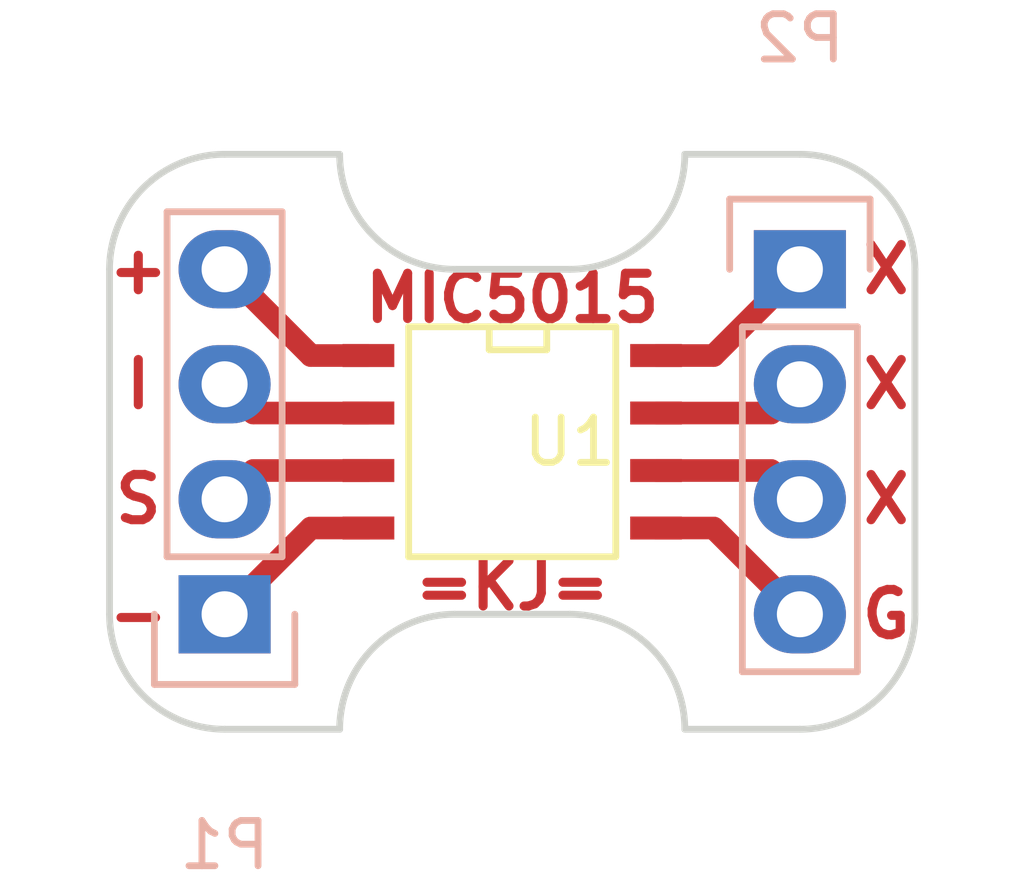
<source format=kicad_pcb>
(kicad_pcb (version 4) (host pcbnew 4.0.4+e1-6308~48~ubuntu16.04.1-stable)

  (general
    (links 8)
    (no_connects 7)
    (area 142.164999 98.984999 160.095001 111.835001)
    (thickness 1.6)
    (drawings 27)
    (tracks 17)
    (zones 0)
    (modules 3)
    (nets 9)
  )

  (page A4)
  (layers
    (0 F.Cu signal)
    (31 B.Cu signal)
    (32 B.Adhes user)
    (33 F.Adhes user)
    (34 B.Paste user)
    (35 F.Paste user)
    (36 B.SilkS user)
    (37 F.SilkS user)
    (38 B.Mask user)
    (39 F.Mask user)
    (40 Dwgs.User user)
    (41 Cmts.User user)
    (42 Eco1.User user)
    (43 Eco2.User user)
    (44 Edge.Cuts user)
    (45 Margin user)
    (46 B.CrtYd user)
    (47 F.CrtYd user)
    (48 B.Fab user)
    (49 F.Fab user)
  )

  (setup
    (last_trace_width 0.6)
    (user_trace_width 0.4)
    (user_trace_width 0.5)
    (user_trace_width 0.6)
    (user_trace_width 0.7)
    (trace_clearance 0.2)
    (zone_clearance 0.508)
    (zone_45_only no)
    (trace_min 0.2)
    (segment_width 0.1)
    (edge_width 0.15)
    (via_size 0.6)
    (via_drill 0.4)
    (via_min_size 0.4)
    (via_min_drill 0.3)
    (uvia_size 0.3)
    (uvia_drill 0.1)
    (uvias_allowed no)
    (uvia_min_size 0.2)
    (uvia_min_drill 0.1)
    (pcb_text_width 0.3)
    (pcb_text_size 1.5 1.5)
    (mod_edge_width 0.15)
    (mod_text_size 1 1)
    (mod_text_width 0.15)
    (pad_size 1.524 1.524)
    (pad_drill 0.762)
    (pad_to_mask_clearance 0.2)
    (aux_axis_origin 0 0)
    (visible_elements FFFFFF7F)
    (pcbplotparams
      (layerselection 0x00030_80000001)
      (usegerberextensions false)
      (excludeedgelayer true)
      (linewidth 0.100000)
      (plotframeref false)
      (viasonmask false)
      (mode 1)
      (useauxorigin false)
      (hpglpennumber 1)
      (hpglpenspeed 20)
      (hpglpendiameter 15)
      (hpglpenoverlay 2)
      (psnegative false)
      (psa4output false)
      (plotreference true)
      (plotvalue true)
      (plotinvisibletext false)
      (padsonsilk false)
      (subtractmaskfromsilk false)
      (outputformat 1)
      (mirror false)
      (drillshape 1)
      (scaleselection 1)
      (outputdirectory ""))
  )

  (net 0 "")
  (net 1 "Net-(P1-Pad1)")
  (net 2 "Net-(P1-Pad2)")
  (net 3 "Net-(P1-Pad3)")
  (net 4 "Net-(P1-Pad4)")
  (net 5 "Net-(P2-Pad1)")
  (net 6 "Net-(P2-Pad2)")
  (net 7 "Net-(P2-Pad3)")
  (net 8 "Net-(P2-Pad4)")

  (net_class Default "This is the default net class."
    (clearance 0.2)
    (trace_width 0.25)
    (via_dia 0.6)
    (via_drill 0.4)
    (uvia_dia 0.3)
    (uvia_drill 0.1)
    (add_net "Net-(P1-Pad1)")
    (add_net "Net-(P1-Pad2)")
    (add_net "Net-(P1-Pad3)")
    (add_net "Net-(P1-Pad4)")
    (add_net "Net-(P2-Pad1)")
    (add_net "Net-(P2-Pad2)")
    (add_net "Net-(P2-Pad3)")
    (add_net "Net-(P2-Pad4)")
  )

  (module Pin_Headers:Pin_Header_Straight_1x04 (layer B.Cu) (tedit 0) (tstamp 58209F78)
    (at 144.78 109.22)
    (descr "Through hole pin header")
    (tags "pin header")
    (path /58209F95)
    (fp_text reference P1 (at 0 5.1) (layer B.SilkS)
      (effects (font (size 1 1) (thickness 0.15)) (justify mirror))
    )
    (fp_text value CONN_01X04 (at 0 3.1) (layer B.Fab)
      (effects (font (size 1 1) (thickness 0.15)) (justify mirror))
    )
    (fp_line (start -1.75 1.75) (end -1.75 -9.4) (layer B.CrtYd) (width 0.05))
    (fp_line (start 1.75 1.75) (end 1.75 -9.4) (layer B.CrtYd) (width 0.05))
    (fp_line (start -1.75 1.75) (end 1.75 1.75) (layer B.CrtYd) (width 0.05))
    (fp_line (start -1.75 -9.4) (end 1.75 -9.4) (layer B.CrtYd) (width 0.05))
    (fp_line (start -1.27 -1.27) (end -1.27 -8.89) (layer B.SilkS) (width 0.15))
    (fp_line (start 1.27 -1.27) (end 1.27 -8.89) (layer B.SilkS) (width 0.15))
    (fp_line (start 1.55 1.55) (end 1.55 0) (layer B.SilkS) (width 0.15))
    (fp_line (start -1.27 -8.89) (end 1.27 -8.89) (layer B.SilkS) (width 0.15))
    (fp_line (start 1.27 -1.27) (end -1.27 -1.27) (layer B.SilkS) (width 0.15))
    (fp_line (start -1.55 0) (end -1.55 1.55) (layer B.SilkS) (width 0.15))
    (fp_line (start -1.55 1.55) (end 1.55 1.55) (layer B.SilkS) (width 0.15))
    (pad 1 thru_hole rect (at 0 0) (size 2.032 1.7272) (drill 1.016) (layers *.Cu *.Mask)
      (net 1 "Net-(P1-Pad1)"))
    (pad 2 thru_hole oval (at 0 -2.54) (size 2.032 1.7272) (drill 1.016) (layers *.Cu *.Mask)
      (net 2 "Net-(P1-Pad2)"))
    (pad 3 thru_hole oval (at 0 -5.08) (size 2.032 1.7272) (drill 1.016) (layers *.Cu *.Mask)
      (net 3 "Net-(P1-Pad3)"))
    (pad 4 thru_hole oval (at 0 -7.62) (size 2.032 1.7272) (drill 1.016) (layers *.Cu *.Mask)
      (net 4 "Net-(P1-Pad4)"))
    (model Pin_Headers.3dshapes/Pin_Header_Straight_1x04.wrl
      (at (xyz 0 -0.15 0))
      (scale (xyz 1 1 1))
      (rotate (xyz 0 0 90))
    )
  )

  (module Pin_Headers:Pin_Header_Straight_1x04 (layer B.Cu) (tedit 0) (tstamp 58209F80)
    (at 157.48 101.6 180)
    (descr "Through hole pin header")
    (tags "pin header")
    (path /58209F6E)
    (fp_text reference P2 (at 0 5.1 180) (layer B.SilkS)
      (effects (font (size 1 1) (thickness 0.15)) (justify mirror))
    )
    (fp_text value CONN_01X04 (at 0 3.1 180) (layer B.Fab)
      (effects (font (size 1 1) (thickness 0.15)) (justify mirror))
    )
    (fp_line (start -1.75 1.75) (end -1.75 -9.4) (layer B.CrtYd) (width 0.05))
    (fp_line (start 1.75 1.75) (end 1.75 -9.4) (layer B.CrtYd) (width 0.05))
    (fp_line (start -1.75 1.75) (end 1.75 1.75) (layer B.CrtYd) (width 0.05))
    (fp_line (start -1.75 -9.4) (end 1.75 -9.4) (layer B.CrtYd) (width 0.05))
    (fp_line (start -1.27 -1.27) (end -1.27 -8.89) (layer B.SilkS) (width 0.15))
    (fp_line (start 1.27 -1.27) (end 1.27 -8.89) (layer B.SilkS) (width 0.15))
    (fp_line (start 1.55 1.55) (end 1.55 0) (layer B.SilkS) (width 0.15))
    (fp_line (start -1.27 -8.89) (end 1.27 -8.89) (layer B.SilkS) (width 0.15))
    (fp_line (start 1.27 -1.27) (end -1.27 -1.27) (layer B.SilkS) (width 0.15))
    (fp_line (start -1.55 0) (end -1.55 1.55) (layer B.SilkS) (width 0.15))
    (fp_line (start -1.55 1.55) (end 1.55 1.55) (layer B.SilkS) (width 0.15))
    (pad 1 thru_hole rect (at 0 0 180) (size 2.032 1.7272) (drill 1.016) (layers *.Cu *.Mask)
      (net 5 "Net-(P2-Pad1)"))
    (pad 2 thru_hole oval (at 0 -2.54 180) (size 2.032 1.7272) (drill 1.016) (layers *.Cu *.Mask)
      (net 6 "Net-(P2-Pad2)"))
    (pad 3 thru_hole oval (at 0 -5.08 180) (size 2.032 1.7272) (drill 1.016) (layers *.Cu *.Mask)
      (net 7 "Net-(P2-Pad3)"))
    (pad 4 thru_hole oval (at 0 -7.62 180) (size 2.032 1.7272) (drill 1.016) (layers *.Cu *.Mask)
      (net 8 "Net-(P2-Pad4)"))
    (model Pin_Headers.3dshapes/Pin_Header_Straight_1x04.wrl
      (at (xyz 0 -0.15 0))
      (scale (xyz 1 1 1))
      (rotate (xyz 0 0 90))
    )
  )

  (module SMD_Packages:SOIC-8-N (layer F.Cu) (tedit 0) (tstamp 58209F8C)
    (at 151.13 105.41 270)
    (descr "Module Narrow CMS SOJ 8 pins large")
    (tags "CMS SOJ")
    (path /58209F09)
    (attr smd)
    (fp_text reference U1 (at 0 -1.27 540) (layer F.SilkS)
      (effects (font (size 1 1) (thickness 0.15)))
    )
    (fp_text value MIC5014 (at 0 1.27 270) (layer F.Fab)
      (effects (font (size 1 1) (thickness 0.15)))
    )
    (fp_line (start -2.54 -2.286) (end 2.54 -2.286) (layer F.SilkS) (width 0.15))
    (fp_line (start 2.54 -2.286) (end 2.54 2.286) (layer F.SilkS) (width 0.15))
    (fp_line (start 2.54 2.286) (end -2.54 2.286) (layer F.SilkS) (width 0.15))
    (fp_line (start -2.54 2.286) (end -2.54 -2.286) (layer F.SilkS) (width 0.15))
    (fp_line (start -2.54 -0.762) (end -2.032 -0.762) (layer F.SilkS) (width 0.15))
    (fp_line (start -2.032 -0.762) (end -2.032 0.508) (layer F.SilkS) (width 0.15))
    (fp_line (start -2.032 0.508) (end -2.54 0.508) (layer F.SilkS) (width 0.15))
    (pad 8 smd rect (at -1.905 -3.175 270) (size 0.508 1.143) (layers F.Cu F.Paste F.Mask)
      (net 5 "Net-(P2-Pad1)"))
    (pad 7 smd rect (at -0.635 -3.175 270) (size 0.508 1.143) (layers F.Cu F.Paste F.Mask)
      (net 6 "Net-(P2-Pad2)"))
    (pad 6 smd rect (at 0.635 -3.175 270) (size 0.508 1.143) (layers F.Cu F.Paste F.Mask)
      (net 7 "Net-(P2-Pad3)"))
    (pad 5 smd rect (at 1.905 -3.175 270) (size 0.508 1.143) (layers F.Cu F.Paste F.Mask)
      (net 8 "Net-(P2-Pad4)"))
    (pad 4 smd rect (at 1.905 3.175 270) (size 0.508 1.143) (layers F.Cu F.Paste F.Mask)
      (net 1 "Net-(P1-Pad1)"))
    (pad 3 smd rect (at 0.635 3.175 270) (size 0.508 1.143) (layers F.Cu F.Paste F.Mask)
      (net 2 "Net-(P1-Pad2)"))
    (pad 2 smd rect (at -0.635 3.175 270) (size 0.508 1.143) (layers F.Cu F.Paste F.Mask)
      (net 3 "Net-(P1-Pad3)"))
    (pad 1 smd rect (at -1.905 3.175 270) (size 0.508 1.143) (layers F.Cu F.Paste F.Mask)
      (net 4 "Net-(P1-Pad4)"))
    (model SMD_Packages.3dshapes/SOIC-8-N.wrl
      (at (xyz 0 0 0))
      (scale (xyz 0.5 0.38 0.5))
      (rotate (xyz 0 0 0))
    )
  )

  (gr_circle (center 149.86 103.505) (end 149.606 103.378) (layer F.Paste) (width 0.1))
  (gr_text MIC5015 (at 151.13 102.235) (layer F.Cu) (tstamp 5820A304)
    (effects (font (size 1 1) (thickness 0.2)))
  )
  (gr_text =KJ= (at 151.13 108.585) (layer F.Cu)
    (effects (font (size 1 1) (thickness 0.2)))
  )
  (gr_text X (at 159.385 106.68) (layer F.Cu) (tstamp 5820A293)
    (effects (font (size 1 1) (thickness 0.2)))
  )
  (gr_text X (at 159.385 104.14) (layer F.Cu) (tstamp 5820A291)
    (effects (font (size 1 1) (thickness 0.2)))
  )
  (gr_text - (at 142.875 109.22) (layer F.Cu) (tstamp 5820A27F)
    (effects (font (size 1 1) (thickness 0.2)))
  )
  (gr_text + (at 142.875 101.6) (layer F.Cu) (tstamp 5820A27A)
    (effects (font (size 1 1) (thickness 0.2)))
  )
  (gr_text S (at 142.875 106.68) (layer F.Cu) (tstamp 5820A272)
    (effects (font (size 1 1) (thickness 0.2)))
  )
  (gr_text I (at 142.875 104.14) (layer F.Cu) (tstamp 5820A260)
    (effects (font (size 1 1) (thickness 0.2)))
  )
  (gr_text G (at 159.385 109.22) (layer F.Cu) (tstamp 5820A255)
    (effects (font (size 1 1) (thickness 0.2)))
  )
  (gr_text X (at 159.385 101.6) (layer F.Cu) (tstamp 5820A24D)
    (effects (font (size 1 1) (thickness 0.2)))
  )
  (gr_line (start 157.48 111.76) (end 154.94 111.76) (layer Edge.Cuts) (width 0.15) (tstamp 5820A1C2))
  (gr_line (start 154.94 99.06) (end 157.48 99.06) (layer Edge.Cuts) (width 0.15) (tstamp 5820A1BE))
  (gr_line (start 149.86 101.6) (end 152.4 101.6) (layer Edge.Cuts) (width 0.15))
  (gr_line (start 149.86 109.22) (end 152.4 109.22) (layer Edge.Cuts) (width 0.15))
  (gr_arc (start 149.86 111.76) (end 147.32 111.76) (angle 90) (layer Edge.Cuts) (width 0.15) (tstamp 5820A1B1))
  (gr_arc (start 152.4 111.76) (end 152.4 109.22) (angle 90) (layer Edge.Cuts) (width 0.15) (tstamp 5820A1AE))
  (gr_arc (start 152.4 99.06) (end 154.94 99.06) (angle 90) (layer Edge.Cuts) (width 0.15) (tstamp 5820A1A9))
  (gr_arc (start 149.86 99.06) (end 149.86 101.6) (angle 90) (layer Edge.Cuts) (width 0.15) (tstamp 5820A19A))
  (gr_arc (start 144.78 101.6) (end 142.24 101.6) (angle 90) (layer Edge.Cuts) (width 0.15) (tstamp 5820A17D))
  (gr_arc (start 144.78 109.22) (end 144.78 111.76) (angle 90) (layer Edge.Cuts) (width 0.15) (tstamp 5820A17A))
  (gr_arc (start 157.48 109.22) (end 160.02 109.22) (angle 90) (layer Edge.Cuts) (width 0.15) (tstamp 5820A175))
  (gr_arc (start 157.48 101.6) (end 157.48 99.06) (angle 90) (layer Edge.Cuts) (width 0.15))
  (gr_line (start 142.24 109.22) (end 142.24 101.6) (layer Edge.Cuts) (width 0.15))
  (gr_line (start 147.32 111.76) (end 144.78 111.76) (layer Edge.Cuts) (width 0.15))
  (gr_line (start 160.02 101.6) (end 160.02 109.22) (layer Edge.Cuts) (width 0.15))
  (gr_line (start 144.78 99.06) (end 147.32 99.06) (layer Edge.Cuts) (width 0.15))

  (segment (start 147.955 107.315) (end 146.685 107.315) (width 0.5) (layer F.Cu) (net 1))
  (segment (start 146.685 107.315) (end 144.78 109.22) (width 0.5) (layer F.Cu) (net 1))
  (segment (start 147.955 106.045) (end 145.415 106.045) (width 0.5) (layer F.Cu) (net 2))
  (segment (start 145.415 106.045) (end 144.78 106.68) (width 0.5) (layer F.Cu) (net 2))
  (segment (start 147.955 104.775) (end 145.415 104.775) (width 0.5) (layer F.Cu) (net 3))
  (segment (start 145.415 104.775) (end 144.78 104.14) (width 0.5) (layer F.Cu) (net 3))
  (segment (start 146.685 103.505) (end 146.00639 102.82639) (width 0.5) (layer F.Cu) (net 4))
  (segment (start 146.00639 102.82639) (end 144.78 101.6) (width 0.5) (layer F.Cu) (net 4))
  (segment (start 147.955 103.505) (end 146.685 103.505) (width 0.5) (layer F.Cu) (net 4))
  (segment (start 154.305 103.505) (end 155.575 103.505) (width 0.5) (layer F.Cu) (net 5))
  (segment (start 155.575 103.505) (end 157.48 101.6) (width 0.5) (layer F.Cu) (net 5))
  (segment (start 154.305 104.775) (end 156.845 104.775) (width 0.5) (layer F.Cu) (net 6))
  (segment (start 156.845 104.775) (end 157.48 104.14) (width 0.5) (layer F.Cu) (net 6))
  (segment (start 154.305 106.045) (end 156.845 106.045) (width 0.5) (layer F.Cu) (net 7))
  (segment (start 156.845 106.045) (end 157.48 106.68) (width 0.5) (layer F.Cu) (net 7))
  (segment (start 154.305 107.315) (end 155.575 107.315) (width 0.5) (layer F.Cu) (net 8))
  (segment (start 155.575 107.315) (end 157.48 109.22) (width 0.5) (layer F.Cu) (net 8))

)

</source>
